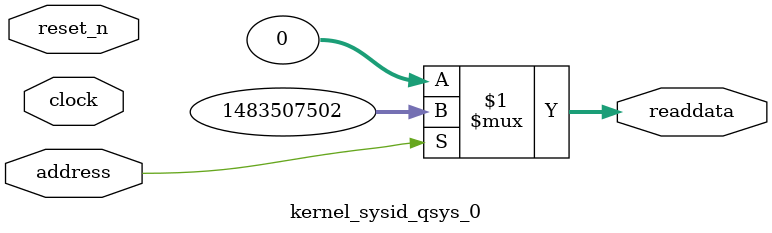
<source format=v>

`timescale 1ns / 1ps
// synthesis translate_on

// turn off superfluous verilog processor warnings 
// altera message_level Level1 
// altera message_off 10034 10035 10036 10037 10230 10240 10030 

module kernel_sysid_qsys_0 (
               // inputs:
                address,
                clock,
                reset_n,

               // outputs:
                readdata
             )
;

  output  [ 31: 0] readdata;
  input            address;
  input            clock;
  input            reset_n;

  wire    [ 31: 0] readdata;
  //control_slave, which is an e_avalon_slave
  assign readdata = address ? 1483507502 : 0;

endmodule




</source>
